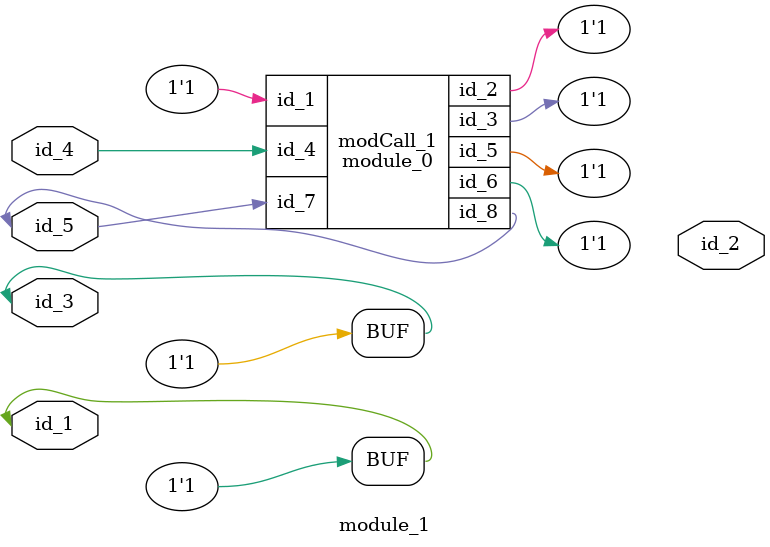
<source format=v>
module module_0 (
    id_1,
    id_2,
    id_3,
    id_4,
    id_5,
    id_6,
    id_7,
    id_8
);
  output wire id_8;
  input wire id_7;
  output wire id_6;
  inout wire id_5;
  input wire id_4;
  inout wire id_3;
  inout wire id_2;
  input wire id_1;
  wire module_0;
endmodule
module module_1 (
    id_1,
    id_2,
    id_3,
    id_4,
    id_5
);
  inout wire id_5;
  input wire id_4;
  inout wire id_3;
  output wire id_2;
  inout wire id_1;
  assign id_1 = id_3;
  wire id_6;
  assign id_1 = 1;
  module_0 modCall_1 (
      id_3,
      id_1,
      id_3,
      id_4,
      id_1,
      id_3,
      id_5,
      id_5
  );
endmodule

</source>
